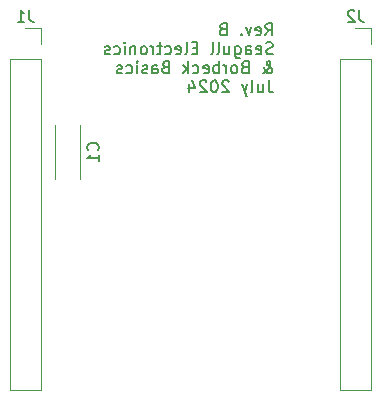
<source format=gbr>
%TF.GenerationSoftware,KiCad,Pcbnew,8.0.3*%
%TF.CreationDate,2024-07-23T20:10:18-07:00*%
%TF.ProjectId,BM-83 Carrier PCB,424d2d38-3320-4436-9172-726965722050,rev?*%
%TF.SameCoordinates,Original*%
%TF.FileFunction,Legend,Bot*%
%TF.FilePolarity,Positive*%
%FSLAX46Y46*%
G04 Gerber Fmt 4.6, Leading zero omitted, Abs format (unit mm)*
G04 Created by KiCad (PCBNEW 8.0.3) date 2024-07-23 20:10:18*
%MOMM*%
%LPD*%
G01*
G04 APERTURE LIST*
%ADD10C,0.150000*%
%ADD11C,0.120000*%
G04 APERTURE END LIST*
D10*
X152391792Y-68589819D02*
X152725125Y-68113628D01*
X152963220Y-68589819D02*
X152963220Y-67589819D01*
X152963220Y-67589819D02*
X152582268Y-67589819D01*
X152582268Y-67589819D02*
X152487030Y-67637438D01*
X152487030Y-67637438D02*
X152439411Y-67685057D01*
X152439411Y-67685057D02*
X152391792Y-67780295D01*
X152391792Y-67780295D02*
X152391792Y-67923152D01*
X152391792Y-67923152D02*
X152439411Y-68018390D01*
X152439411Y-68018390D02*
X152487030Y-68066009D01*
X152487030Y-68066009D02*
X152582268Y-68113628D01*
X152582268Y-68113628D02*
X152963220Y-68113628D01*
X151582268Y-68542200D02*
X151677506Y-68589819D01*
X151677506Y-68589819D02*
X151867982Y-68589819D01*
X151867982Y-68589819D02*
X151963220Y-68542200D01*
X151963220Y-68542200D02*
X152010839Y-68446961D01*
X152010839Y-68446961D02*
X152010839Y-68066009D01*
X152010839Y-68066009D02*
X151963220Y-67970771D01*
X151963220Y-67970771D02*
X151867982Y-67923152D01*
X151867982Y-67923152D02*
X151677506Y-67923152D01*
X151677506Y-67923152D02*
X151582268Y-67970771D01*
X151582268Y-67970771D02*
X151534649Y-68066009D01*
X151534649Y-68066009D02*
X151534649Y-68161247D01*
X151534649Y-68161247D02*
X152010839Y-68256485D01*
X151201315Y-67923152D02*
X150963220Y-68589819D01*
X150963220Y-68589819D02*
X150725125Y-67923152D01*
X150344172Y-68494580D02*
X150296553Y-68542200D01*
X150296553Y-68542200D02*
X150344172Y-68589819D01*
X150344172Y-68589819D02*
X150391791Y-68542200D01*
X150391791Y-68542200D02*
X150344172Y-68494580D01*
X150344172Y-68494580D02*
X150344172Y-68589819D01*
X148772744Y-68066009D02*
X148629887Y-68113628D01*
X148629887Y-68113628D02*
X148582268Y-68161247D01*
X148582268Y-68161247D02*
X148534649Y-68256485D01*
X148534649Y-68256485D02*
X148534649Y-68399342D01*
X148534649Y-68399342D02*
X148582268Y-68494580D01*
X148582268Y-68494580D02*
X148629887Y-68542200D01*
X148629887Y-68542200D02*
X148725125Y-68589819D01*
X148725125Y-68589819D02*
X149106077Y-68589819D01*
X149106077Y-68589819D02*
X149106077Y-67589819D01*
X149106077Y-67589819D02*
X148772744Y-67589819D01*
X148772744Y-67589819D02*
X148677506Y-67637438D01*
X148677506Y-67637438D02*
X148629887Y-67685057D01*
X148629887Y-67685057D02*
X148582268Y-67780295D01*
X148582268Y-67780295D02*
X148582268Y-67875533D01*
X148582268Y-67875533D02*
X148629887Y-67970771D01*
X148629887Y-67970771D02*
X148677506Y-68018390D01*
X148677506Y-68018390D02*
X148772744Y-68066009D01*
X148772744Y-68066009D02*
X149106077Y-68066009D01*
X153010839Y-70152144D02*
X152867982Y-70199763D01*
X152867982Y-70199763D02*
X152629887Y-70199763D01*
X152629887Y-70199763D02*
X152534649Y-70152144D01*
X152534649Y-70152144D02*
X152487030Y-70104524D01*
X152487030Y-70104524D02*
X152439411Y-70009286D01*
X152439411Y-70009286D02*
X152439411Y-69914048D01*
X152439411Y-69914048D02*
X152487030Y-69818810D01*
X152487030Y-69818810D02*
X152534649Y-69771191D01*
X152534649Y-69771191D02*
X152629887Y-69723572D01*
X152629887Y-69723572D02*
X152820363Y-69675953D01*
X152820363Y-69675953D02*
X152915601Y-69628334D01*
X152915601Y-69628334D02*
X152963220Y-69580715D01*
X152963220Y-69580715D02*
X153010839Y-69485477D01*
X153010839Y-69485477D02*
X153010839Y-69390239D01*
X153010839Y-69390239D02*
X152963220Y-69295001D01*
X152963220Y-69295001D02*
X152915601Y-69247382D01*
X152915601Y-69247382D02*
X152820363Y-69199763D01*
X152820363Y-69199763D02*
X152582268Y-69199763D01*
X152582268Y-69199763D02*
X152439411Y-69247382D01*
X151629887Y-70152144D02*
X151725125Y-70199763D01*
X151725125Y-70199763D02*
X151915601Y-70199763D01*
X151915601Y-70199763D02*
X152010839Y-70152144D01*
X152010839Y-70152144D02*
X152058458Y-70056905D01*
X152058458Y-70056905D02*
X152058458Y-69675953D01*
X152058458Y-69675953D02*
X152010839Y-69580715D01*
X152010839Y-69580715D02*
X151915601Y-69533096D01*
X151915601Y-69533096D02*
X151725125Y-69533096D01*
X151725125Y-69533096D02*
X151629887Y-69580715D01*
X151629887Y-69580715D02*
X151582268Y-69675953D01*
X151582268Y-69675953D02*
X151582268Y-69771191D01*
X151582268Y-69771191D02*
X152058458Y-69866429D01*
X150725125Y-70199763D02*
X150725125Y-69675953D01*
X150725125Y-69675953D02*
X150772744Y-69580715D01*
X150772744Y-69580715D02*
X150867982Y-69533096D01*
X150867982Y-69533096D02*
X151058458Y-69533096D01*
X151058458Y-69533096D02*
X151153696Y-69580715D01*
X150725125Y-70152144D02*
X150820363Y-70199763D01*
X150820363Y-70199763D02*
X151058458Y-70199763D01*
X151058458Y-70199763D02*
X151153696Y-70152144D01*
X151153696Y-70152144D02*
X151201315Y-70056905D01*
X151201315Y-70056905D02*
X151201315Y-69961667D01*
X151201315Y-69961667D02*
X151153696Y-69866429D01*
X151153696Y-69866429D02*
X151058458Y-69818810D01*
X151058458Y-69818810D02*
X150820363Y-69818810D01*
X150820363Y-69818810D02*
X150725125Y-69771191D01*
X149820363Y-69533096D02*
X149820363Y-70342620D01*
X149820363Y-70342620D02*
X149867982Y-70437858D01*
X149867982Y-70437858D02*
X149915601Y-70485477D01*
X149915601Y-70485477D02*
X150010839Y-70533096D01*
X150010839Y-70533096D02*
X150153696Y-70533096D01*
X150153696Y-70533096D02*
X150248934Y-70485477D01*
X149820363Y-70152144D02*
X149915601Y-70199763D01*
X149915601Y-70199763D02*
X150106077Y-70199763D01*
X150106077Y-70199763D02*
X150201315Y-70152144D01*
X150201315Y-70152144D02*
X150248934Y-70104524D01*
X150248934Y-70104524D02*
X150296553Y-70009286D01*
X150296553Y-70009286D02*
X150296553Y-69723572D01*
X150296553Y-69723572D02*
X150248934Y-69628334D01*
X150248934Y-69628334D02*
X150201315Y-69580715D01*
X150201315Y-69580715D02*
X150106077Y-69533096D01*
X150106077Y-69533096D02*
X149915601Y-69533096D01*
X149915601Y-69533096D02*
X149820363Y-69580715D01*
X148915601Y-69533096D02*
X148915601Y-70199763D01*
X149344172Y-69533096D02*
X149344172Y-70056905D01*
X149344172Y-70056905D02*
X149296553Y-70152144D01*
X149296553Y-70152144D02*
X149201315Y-70199763D01*
X149201315Y-70199763D02*
X149058458Y-70199763D01*
X149058458Y-70199763D02*
X148963220Y-70152144D01*
X148963220Y-70152144D02*
X148915601Y-70104524D01*
X148296553Y-70199763D02*
X148391791Y-70152144D01*
X148391791Y-70152144D02*
X148439410Y-70056905D01*
X148439410Y-70056905D02*
X148439410Y-69199763D01*
X147772743Y-70199763D02*
X147867981Y-70152144D01*
X147867981Y-70152144D02*
X147915600Y-70056905D01*
X147915600Y-70056905D02*
X147915600Y-69199763D01*
X146629885Y-69675953D02*
X146296552Y-69675953D01*
X146153695Y-70199763D02*
X146629885Y-70199763D01*
X146629885Y-70199763D02*
X146629885Y-69199763D01*
X146629885Y-69199763D02*
X146153695Y-69199763D01*
X145582266Y-70199763D02*
X145677504Y-70152144D01*
X145677504Y-70152144D02*
X145725123Y-70056905D01*
X145725123Y-70056905D02*
X145725123Y-69199763D01*
X144820361Y-70152144D02*
X144915599Y-70199763D01*
X144915599Y-70199763D02*
X145106075Y-70199763D01*
X145106075Y-70199763D02*
X145201313Y-70152144D01*
X145201313Y-70152144D02*
X145248932Y-70056905D01*
X145248932Y-70056905D02*
X145248932Y-69675953D01*
X145248932Y-69675953D02*
X145201313Y-69580715D01*
X145201313Y-69580715D02*
X145106075Y-69533096D01*
X145106075Y-69533096D02*
X144915599Y-69533096D01*
X144915599Y-69533096D02*
X144820361Y-69580715D01*
X144820361Y-69580715D02*
X144772742Y-69675953D01*
X144772742Y-69675953D02*
X144772742Y-69771191D01*
X144772742Y-69771191D02*
X145248932Y-69866429D01*
X143915599Y-70152144D02*
X144010837Y-70199763D01*
X144010837Y-70199763D02*
X144201313Y-70199763D01*
X144201313Y-70199763D02*
X144296551Y-70152144D01*
X144296551Y-70152144D02*
X144344170Y-70104524D01*
X144344170Y-70104524D02*
X144391789Y-70009286D01*
X144391789Y-70009286D02*
X144391789Y-69723572D01*
X144391789Y-69723572D02*
X144344170Y-69628334D01*
X144344170Y-69628334D02*
X144296551Y-69580715D01*
X144296551Y-69580715D02*
X144201313Y-69533096D01*
X144201313Y-69533096D02*
X144010837Y-69533096D01*
X144010837Y-69533096D02*
X143915599Y-69580715D01*
X143629884Y-69533096D02*
X143248932Y-69533096D01*
X143487027Y-69199763D02*
X143487027Y-70056905D01*
X143487027Y-70056905D02*
X143439408Y-70152144D01*
X143439408Y-70152144D02*
X143344170Y-70199763D01*
X143344170Y-70199763D02*
X143248932Y-70199763D01*
X142915598Y-70199763D02*
X142915598Y-69533096D01*
X142915598Y-69723572D02*
X142867979Y-69628334D01*
X142867979Y-69628334D02*
X142820360Y-69580715D01*
X142820360Y-69580715D02*
X142725122Y-69533096D01*
X142725122Y-69533096D02*
X142629884Y-69533096D01*
X142153693Y-70199763D02*
X142248931Y-70152144D01*
X142248931Y-70152144D02*
X142296550Y-70104524D01*
X142296550Y-70104524D02*
X142344169Y-70009286D01*
X142344169Y-70009286D02*
X142344169Y-69723572D01*
X142344169Y-69723572D02*
X142296550Y-69628334D01*
X142296550Y-69628334D02*
X142248931Y-69580715D01*
X142248931Y-69580715D02*
X142153693Y-69533096D01*
X142153693Y-69533096D02*
X142010836Y-69533096D01*
X142010836Y-69533096D02*
X141915598Y-69580715D01*
X141915598Y-69580715D02*
X141867979Y-69628334D01*
X141867979Y-69628334D02*
X141820360Y-69723572D01*
X141820360Y-69723572D02*
X141820360Y-70009286D01*
X141820360Y-70009286D02*
X141867979Y-70104524D01*
X141867979Y-70104524D02*
X141915598Y-70152144D01*
X141915598Y-70152144D02*
X142010836Y-70199763D01*
X142010836Y-70199763D02*
X142153693Y-70199763D01*
X141391788Y-69533096D02*
X141391788Y-70199763D01*
X141391788Y-69628334D02*
X141344169Y-69580715D01*
X141344169Y-69580715D02*
X141248931Y-69533096D01*
X141248931Y-69533096D02*
X141106074Y-69533096D01*
X141106074Y-69533096D02*
X141010836Y-69580715D01*
X141010836Y-69580715D02*
X140963217Y-69675953D01*
X140963217Y-69675953D02*
X140963217Y-70199763D01*
X140487026Y-70199763D02*
X140487026Y-69533096D01*
X140487026Y-69199763D02*
X140534645Y-69247382D01*
X140534645Y-69247382D02*
X140487026Y-69295001D01*
X140487026Y-69295001D02*
X140439407Y-69247382D01*
X140439407Y-69247382D02*
X140487026Y-69199763D01*
X140487026Y-69199763D02*
X140487026Y-69295001D01*
X139582265Y-70152144D02*
X139677503Y-70199763D01*
X139677503Y-70199763D02*
X139867979Y-70199763D01*
X139867979Y-70199763D02*
X139963217Y-70152144D01*
X139963217Y-70152144D02*
X140010836Y-70104524D01*
X140010836Y-70104524D02*
X140058455Y-70009286D01*
X140058455Y-70009286D02*
X140058455Y-69723572D01*
X140058455Y-69723572D02*
X140010836Y-69628334D01*
X140010836Y-69628334D02*
X139963217Y-69580715D01*
X139963217Y-69580715D02*
X139867979Y-69533096D01*
X139867979Y-69533096D02*
X139677503Y-69533096D01*
X139677503Y-69533096D02*
X139582265Y-69580715D01*
X139201312Y-70152144D02*
X139106074Y-70199763D01*
X139106074Y-70199763D02*
X138915598Y-70199763D01*
X138915598Y-70199763D02*
X138820360Y-70152144D01*
X138820360Y-70152144D02*
X138772741Y-70056905D01*
X138772741Y-70056905D02*
X138772741Y-70009286D01*
X138772741Y-70009286D02*
X138820360Y-69914048D01*
X138820360Y-69914048D02*
X138915598Y-69866429D01*
X138915598Y-69866429D02*
X139058455Y-69866429D01*
X139058455Y-69866429D02*
X139153693Y-69818810D01*
X139153693Y-69818810D02*
X139201312Y-69723572D01*
X139201312Y-69723572D02*
X139201312Y-69675953D01*
X139201312Y-69675953D02*
X139153693Y-69580715D01*
X139153693Y-69580715D02*
X139058455Y-69533096D01*
X139058455Y-69533096D02*
X138915598Y-69533096D01*
X138915598Y-69533096D02*
X138820360Y-69580715D01*
X152153696Y-71809707D02*
X152201316Y-71809707D01*
X152201316Y-71809707D02*
X152296554Y-71762088D01*
X152296554Y-71762088D02*
X152439411Y-71619230D01*
X152439411Y-71619230D02*
X152677506Y-71333516D01*
X152677506Y-71333516D02*
X152772744Y-71190659D01*
X152772744Y-71190659D02*
X152820363Y-71047802D01*
X152820363Y-71047802D02*
X152820363Y-70952564D01*
X152820363Y-70952564D02*
X152772744Y-70857326D01*
X152772744Y-70857326D02*
X152677506Y-70809707D01*
X152677506Y-70809707D02*
X152629887Y-70809707D01*
X152629887Y-70809707D02*
X152534649Y-70857326D01*
X152534649Y-70857326D02*
X152487030Y-70952564D01*
X152487030Y-70952564D02*
X152487030Y-71000183D01*
X152487030Y-71000183D02*
X152534649Y-71095421D01*
X152534649Y-71095421D02*
X152582268Y-71143040D01*
X152582268Y-71143040D02*
X152867982Y-71333516D01*
X152867982Y-71333516D02*
X152915601Y-71381135D01*
X152915601Y-71381135D02*
X152963220Y-71476373D01*
X152963220Y-71476373D02*
X152963220Y-71619230D01*
X152963220Y-71619230D02*
X152915601Y-71714468D01*
X152915601Y-71714468D02*
X152867982Y-71762088D01*
X152867982Y-71762088D02*
X152772744Y-71809707D01*
X152772744Y-71809707D02*
X152629887Y-71809707D01*
X152629887Y-71809707D02*
X152534649Y-71762088D01*
X152534649Y-71762088D02*
X152487030Y-71714468D01*
X152487030Y-71714468D02*
X152344173Y-71523992D01*
X152344173Y-71523992D02*
X152296554Y-71381135D01*
X152296554Y-71381135D02*
X152296554Y-71285897D01*
X150629887Y-71285897D02*
X150487030Y-71333516D01*
X150487030Y-71333516D02*
X150439411Y-71381135D01*
X150439411Y-71381135D02*
X150391792Y-71476373D01*
X150391792Y-71476373D02*
X150391792Y-71619230D01*
X150391792Y-71619230D02*
X150439411Y-71714468D01*
X150439411Y-71714468D02*
X150487030Y-71762088D01*
X150487030Y-71762088D02*
X150582268Y-71809707D01*
X150582268Y-71809707D02*
X150963220Y-71809707D01*
X150963220Y-71809707D02*
X150963220Y-70809707D01*
X150963220Y-70809707D02*
X150629887Y-70809707D01*
X150629887Y-70809707D02*
X150534649Y-70857326D01*
X150534649Y-70857326D02*
X150487030Y-70904945D01*
X150487030Y-70904945D02*
X150439411Y-71000183D01*
X150439411Y-71000183D02*
X150439411Y-71095421D01*
X150439411Y-71095421D02*
X150487030Y-71190659D01*
X150487030Y-71190659D02*
X150534649Y-71238278D01*
X150534649Y-71238278D02*
X150629887Y-71285897D01*
X150629887Y-71285897D02*
X150963220Y-71285897D01*
X149820363Y-71809707D02*
X149915601Y-71762088D01*
X149915601Y-71762088D02*
X149963220Y-71714468D01*
X149963220Y-71714468D02*
X150010839Y-71619230D01*
X150010839Y-71619230D02*
X150010839Y-71333516D01*
X150010839Y-71333516D02*
X149963220Y-71238278D01*
X149963220Y-71238278D02*
X149915601Y-71190659D01*
X149915601Y-71190659D02*
X149820363Y-71143040D01*
X149820363Y-71143040D02*
X149677506Y-71143040D01*
X149677506Y-71143040D02*
X149582268Y-71190659D01*
X149582268Y-71190659D02*
X149534649Y-71238278D01*
X149534649Y-71238278D02*
X149487030Y-71333516D01*
X149487030Y-71333516D02*
X149487030Y-71619230D01*
X149487030Y-71619230D02*
X149534649Y-71714468D01*
X149534649Y-71714468D02*
X149582268Y-71762088D01*
X149582268Y-71762088D02*
X149677506Y-71809707D01*
X149677506Y-71809707D02*
X149820363Y-71809707D01*
X149058458Y-71809707D02*
X149058458Y-71143040D01*
X149058458Y-71333516D02*
X149010839Y-71238278D01*
X149010839Y-71238278D02*
X148963220Y-71190659D01*
X148963220Y-71190659D02*
X148867982Y-71143040D01*
X148867982Y-71143040D02*
X148772744Y-71143040D01*
X148439410Y-71809707D02*
X148439410Y-70809707D01*
X148439410Y-71190659D02*
X148344172Y-71143040D01*
X148344172Y-71143040D02*
X148153696Y-71143040D01*
X148153696Y-71143040D02*
X148058458Y-71190659D01*
X148058458Y-71190659D02*
X148010839Y-71238278D01*
X148010839Y-71238278D02*
X147963220Y-71333516D01*
X147963220Y-71333516D02*
X147963220Y-71619230D01*
X147963220Y-71619230D02*
X148010839Y-71714468D01*
X148010839Y-71714468D02*
X148058458Y-71762088D01*
X148058458Y-71762088D02*
X148153696Y-71809707D01*
X148153696Y-71809707D02*
X148344172Y-71809707D01*
X148344172Y-71809707D02*
X148439410Y-71762088D01*
X147153696Y-71762088D02*
X147248934Y-71809707D01*
X147248934Y-71809707D02*
X147439410Y-71809707D01*
X147439410Y-71809707D02*
X147534648Y-71762088D01*
X147534648Y-71762088D02*
X147582267Y-71666849D01*
X147582267Y-71666849D02*
X147582267Y-71285897D01*
X147582267Y-71285897D02*
X147534648Y-71190659D01*
X147534648Y-71190659D02*
X147439410Y-71143040D01*
X147439410Y-71143040D02*
X147248934Y-71143040D01*
X147248934Y-71143040D02*
X147153696Y-71190659D01*
X147153696Y-71190659D02*
X147106077Y-71285897D01*
X147106077Y-71285897D02*
X147106077Y-71381135D01*
X147106077Y-71381135D02*
X147582267Y-71476373D01*
X146248934Y-71762088D02*
X146344172Y-71809707D01*
X146344172Y-71809707D02*
X146534648Y-71809707D01*
X146534648Y-71809707D02*
X146629886Y-71762088D01*
X146629886Y-71762088D02*
X146677505Y-71714468D01*
X146677505Y-71714468D02*
X146725124Y-71619230D01*
X146725124Y-71619230D02*
X146725124Y-71333516D01*
X146725124Y-71333516D02*
X146677505Y-71238278D01*
X146677505Y-71238278D02*
X146629886Y-71190659D01*
X146629886Y-71190659D02*
X146534648Y-71143040D01*
X146534648Y-71143040D02*
X146344172Y-71143040D01*
X146344172Y-71143040D02*
X146248934Y-71190659D01*
X145820362Y-71809707D02*
X145820362Y-70809707D01*
X145725124Y-71428754D02*
X145439410Y-71809707D01*
X145439410Y-71143040D02*
X145820362Y-71523992D01*
X143915600Y-71285897D02*
X143772743Y-71333516D01*
X143772743Y-71333516D02*
X143725124Y-71381135D01*
X143725124Y-71381135D02*
X143677505Y-71476373D01*
X143677505Y-71476373D02*
X143677505Y-71619230D01*
X143677505Y-71619230D02*
X143725124Y-71714468D01*
X143725124Y-71714468D02*
X143772743Y-71762088D01*
X143772743Y-71762088D02*
X143867981Y-71809707D01*
X143867981Y-71809707D02*
X144248933Y-71809707D01*
X144248933Y-71809707D02*
X144248933Y-70809707D01*
X144248933Y-70809707D02*
X143915600Y-70809707D01*
X143915600Y-70809707D02*
X143820362Y-70857326D01*
X143820362Y-70857326D02*
X143772743Y-70904945D01*
X143772743Y-70904945D02*
X143725124Y-71000183D01*
X143725124Y-71000183D02*
X143725124Y-71095421D01*
X143725124Y-71095421D02*
X143772743Y-71190659D01*
X143772743Y-71190659D02*
X143820362Y-71238278D01*
X143820362Y-71238278D02*
X143915600Y-71285897D01*
X143915600Y-71285897D02*
X144248933Y-71285897D01*
X142820362Y-71809707D02*
X142820362Y-71285897D01*
X142820362Y-71285897D02*
X142867981Y-71190659D01*
X142867981Y-71190659D02*
X142963219Y-71143040D01*
X142963219Y-71143040D02*
X143153695Y-71143040D01*
X143153695Y-71143040D02*
X143248933Y-71190659D01*
X142820362Y-71762088D02*
X142915600Y-71809707D01*
X142915600Y-71809707D02*
X143153695Y-71809707D01*
X143153695Y-71809707D02*
X143248933Y-71762088D01*
X143248933Y-71762088D02*
X143296552Y-71666849D01*
X143296552Y-71666849D02*
X143296552Y-71571611D01*
X143296552Y-71571611D02*
X143248933Y-71476373D01*
X143248933Y-71476373D02*
X143153695Y-71428754D01*
X143153695Y-71428754D02*
X142915600Y-71428754D01*
X142915600Y-71428754D02*
X142820362Y-71381135D01*
X142391790Y-71762088D02*
X142296552Y-71809707D01*
X142296552Y-71809707D02*
X142106076Y-71809707D01*
X142106076Y-71809707D02*
X142010838Y-71762088D01*
X142010838Y-71762088D02*
X141963219Y-71666849D01*
X141963219Y-71666849D02*
X141963219Y-71619230D01*
X141963219Y-71619230D02*
X142010838Y-71523992D01*
X142010838Y-71523992D02*
X142106076Y-71476373D01*
X142106076Y-71476373D02*
X142248933Y-71476373D01*
X142248933Y-71476373D02*
X142344171Y-71428754D01*
X142344171Y-71428754D02*
X142391790Y-71333516D01*
X142391790Y-71333516D02*
X142391790Y-71285897D01*
X142391790Y-71285897D02*
X142344171Y-71190659D01*
X142344171Y-71190659D02*
X142248933Y-71143040D01*
X142248933Y-71143040D02*
X142106076Y-71143040D01*
X142106076Y-71143040D02*
X142010838Y-71190659D01*
X141534647Y-71809707D02*
X141534647Y-71143040D01*
X141534647Y-70809707D02*
X141582266Y-70857326D01*
X141582266Y-70857326D02*
X141534647Y-70904945D01*
X141534647Y-70904945D02*
X141487028Y-70857326D01*
X141487028Y-70857326D02*
X141534647Y-70809707D01*
X141534647Y-70809707D02*
X141534647Y-70904945D01*
X140629886Y-71762088D02*
X140725124Y-71809707D01*
X140725124Y-71809707D02*
X140915600Y-71809707D01*
X140915600Y-71809707D02*
X141010838Y-71762088D01*
X141010838Y-71762088D02*
X141058457Y-71714468D01*
X141058457Y-71714468D02*
X141106076Y-71619230D01*
X141106076Y-71619230D02*
X141106076Y-71333516D01*
X141106076Y-71333516D02*
X141058457Y-71238278D01*
X141058457Y-71238278D02*
X141010838Y-71190659D01*
X141010838Y-71190659D02*
X140915600Y-71143040D01*
X140915600Y-71143040D02*
X140725124Y-71143040D01*
X140725124Y-71143040D02*
X140629886Y-71190659D01*
X140248933Y-71762088D02*
X140153695Y-71809707D01*
X140153695Y-71809707D02*
X139963219Y-71809707D01*
X139963219Y-71809707D02*
X139867981Y-71762088D01*
X139867981Y-71762088D02*
X139820362Y-71666849D01*
X139820362Y-71666849D02*
X139820362Y-71619230D01*
X139820362Y-71619230D02*
X139867981Y-71523992D01*
X139867981Y-71523992D02*
X139963219Y-71476373D01*
X139963219Y-71476373D02*
X140106076Y-71476373D01*
X140106076Y-71476373D02*
X140201314Y-71428754D01*
X140201314Y-71428754D02*
X140248933Y-71333516D01*
X140248933Y-71333516D02*
X140248933Y-71285897D01*
X140248933Y-71285897D02*
X140201314Y-71190659D01*
X140201314Y-71190659D02*
X140106076Y-71143040D01*
X140106076Y-71143040D02*
X139963219Y-71143040D01*
X139963219Y-71143040D02*
X139867981Y-71190659D01*
X152677506Y-72419651D02*
X152677506Y-73133936D01*
X152677506Y-73133936D02*
X152725125Y-73276793D01*
X152725125Y-73276793D02*
X152820363Y-73372032D01*
X152820363Y-73372032D02*
X152963220Y-73419651D01*
X152963220Y-73419651D02*
X153058458Y-73419651D01*
X151772744Y-72752984D02*
X151772744Y-73419651D01*
X152201315Y-72752984D02*
X152201315Y-73276793D01*
X152201315Y-73276793D02*
X152153696Y-73372032D01*
X152153696Y-73372032D02*
X152058458Y-73419651D01*
X152058458Y-73419651D02*
X151915601Y-73419651D01*
X151915601Y-73419651D02*
X151820363Y-73372032D01*
X151820363Y-73372032D02*
X151772744Y-73324412D01*
X151153696Y-73419651D02*
X151248934Y-73372032D01*
X151248934Y-73372032D02*
X151296553Y-73276793D01*
X151296553Y-73276793D02*
X151296553Y-72419651D01*
X150867981Y-72752984D02*
X150629886Y-73419651D01*
X150391791Y-72752984D02*
X150629886Y-73419651D01*
X150629886Y-73419651D02*
X150725124Y-73657746D01*
X150725124Y-73657746D02*
X150772743Y-73705365D01*
X150772743Y-73705365D02*
X150867981Y-73752984D01*
X149296552Y-72514889D02*
X149248933Y-72467270D01*
X149248933Y-72467270D02*
X149153695Y-72419651D01*
X149153695Y-72419651D02*
X148915600Y-72419651D01*
X148915600Y-72419651D02*
X148820362Y-72467270D01*
X148820362Y-72467270D02*
X148772743Y-72514889D01*
X148772743Y-72514889D02*
X148725124Y-72610127D01*
X148725124Y-72610127D02*
X148725124Y-72705365D01*
X148725124Y-72705365D02*
X148772743Y-72848222D01*
X148772743Y-72848222D02*
X149344171Y-73419651D01*
X149344171Y-73419651D02*
X148725124Y-73419651D01*
X148106076Y-72419651D02*
X148010838Y-72419651D01*
X148010838Y-72419651D02*
X147915600Y-72467270D01*
X147915600Y-72467270D02*
X147867981Y-72514889D01*
X147867981Y-72514889D02*
X147820362Y-72610127D01*
X147820362Y-72610127D02*
X147772743Y-72800603D01*
X147772743Y-72800603D02*
X147772743Y-73038698D01*
X147772743Y-73038698D02*
X147820362Y-73229174D01*
X147820362Y-73229174D02*
X147867981Y-73324412D01*
X147867981Y-73324412D02*
X147915600Y-73372032D01*
X147915600Y-73372032D02*
X148010838Y-73419651D01*
X148010838Y-73419651D02*
X148106076Y-73419651D01*
X148106076Y-73419651D02*
X148201314Y-73372032D01*
X148201314Y-73372032D02*
X148248933Y-73324412D01*
X148248933Y-73324412D02*
X148296552Y-73229174D01*
X148296552Y-73229174D02*
X148344171Y-73038698D01*
X148344171Y-73038698D02*
X148344171Y-72800603D01*
X148344171Y-72800603D02*
X148296552Y-72610127D01*
X148296552Y-72610127D02*
X148248933Y-72514889D01*
X148248933Y-72514889D02*
X148201314Y-72467270D01*
X148201314Y-72467270D02*
X148106076Y-72419651D01*
X147391790Y-72514889D02*
X147344171Y-72467270D01*
X147344171Y-72467270D02*
X147248933Y-72419651D01*
X147248933Y-72419651D02*
X147010838Y-72419651D01*
X147010838Y-72419651D02*
X146915600Y-72467270D01*
X146915600Y-72467270D02*
X146867981Y-72514889D01*
X146867981Y-72514889D02*
X146820362Y-72610127D01*
X146820362Y-72610127D02*
X146820362Y-72705365D01*
X146820362Y-72705365D02*
X146867981Y-72848222D01*
X146867981Y-72848222D02*
X147439409Y-73419651D01*
X147439409Y-73419651D02*
X146820362Y-73419651D01*
X145963219Y-72752984D02*
X145963219Y-73419651D01*
X146201314Y-72372032D02*
X146439409Y-73086317D01*
X146439409Y-73086317D02*
X145820362Y-73086317D01*
X160353333Y-66466819D02*
X160353333Y-67181104D01*
X160353333Y-67181104D02*
X160400952Y-67323961D01*
X160400952Y-67323961D02*
X160496190Y-67419200D01*
X160496190Y-67419200D02*
X160639047Y-67466819D01*
X160639047Y-67466819D02*
X160734285Y-67466819D01*
X159924761Y-66562057D02*
X159877142Y-66514438D01*
X159877142Y-66514438D02*
X159781904Y-66466819D01*
X159781904Y-66466819D02*
X159543809Y-66466819D01*
X159543809Y-66466819D02*
X159448571Y-66514438D01*
X159448571Y-66514438D02*
X159400952Y-66562057D01*
X159400952Y-66562057D02*
X159353333Y-66657295D01*
X159353333Y-66657295D02*
X159353333Y-66752533D01*
X159353333Y-66752533D02*
X159400952Y-66895390D01*
X159400952Y-66895390D02*
X159972380Y-67466819D01*
X159972380Y-67466819D02*
X159353333Y-67466819D01*
X132413333Y-66466819D02*
X132413333Y-67181104D01*
X132413333Y-67181104D02*
X132460952Y-67323961D01*
X132460952Y-67323961D02*
X132556190Y-67419200D01*
X132556190Y-67419200D02*
X132699047Y-67466819D01*
X132699047Y-67466819D02*
X132794285Y-67466819D01*
X131413333Y-67466819D02*
X131984761Y-67466819D01*
X131699047Y-67466819D02*
X131699047Y-66466819D01*
X131699047Y-66466819D02*
X131794285Y-66609676D01*
X131794285Y-66609676D02*
X131889523Y-66704914D01*
X131889523Y-66704914D02*
X131984761Y-66752533D01*
X138195580Y-78319333D02*
X138243200Y-78271714D01*
X138243200Y-78271714D02*
X138290819Y-78128857D01*
X138290819Y-78128857D02*
X138290819Y-78033619D01*
X138290819Y-78033619D02*
X138243200Y-77890762D01*
X138243200Y-77890762D02*
X138147961Y-77795524D01*
X138147961Y-77795524D02*
X138052723Y-77747905D01*
X138052723Y-77747905D02*
X137862247Y-77700286D01*
X137862247Y-77700286D02*
X137719390Y-77700286D01*
X137719390Y-77700286D02*
X137528914Y-77747905D01*
X137528914Y-77747905D02*
X137433676Y-77795524D01*
X137433676Y-77795524D02*
X137338438Y-77890762D01*
X137338438Y-77890762D02*
X137290819Y-78033619D01*
X137290819Y-78033619D02*
X137290819Y-78128857D01*
X137290819Y-78128857D02*
X137338438Y-78271714D01*
X137338438Y-78271714D02*
X137386057Y-78319333D01*
X138290819Y-79271714D02*
X138290819Y-78700286D01*
X138290819Y-78986000D02*
X137290819Y-78986000D01*
X137290819Y-78986000D02*
X137433676Y-78890762D01*
X137433676Y-78890762D02*
X137528914Y-78795524D01*
X137528914Y-78795524D02*
X137576533Y-78700286D01*
D11*
%TO.C,J2*%
X158690000Y-70612000D02*
X161350000Y-70612000D01*
X158690000Y-98612000D02*
X158690000Y-70612000D01*
X158690000Y-98612000D02*
X161350000Y-98612000D01*
X160020000Y-68012000D02*
X161350000Y-68012000D01*
X161350000Y-68012000D02*
X161350000Y-69342000D01*
X161350000Y-98612000D02*
X161350000Y-70612000D01*
%TO.C,J1*%
X130750000Y-70612000D02*
X133410000Y-70612000D01*
X130750000Y-98612000D02*
X130750000Y-70612000D01*
X130750000Y-98612000D02*
X133410000Y-98612000D01*
X132080000Y-68012000D02*
X133410000Y-68012000D01*
X133410000Y-68012000D02*
X133410000Y-69342000D01*
X133410000Y-98612000D02*
X133410000Y-70612000D01*
%TO.C,C1*%
X134566000Y-76216000D02*
X134566000Y-80756000D01*
X134566000Y-76216000D02*
X134581000Y-76216000D01*
X134566000Y-80756000D02*
X134581000Y-80756000D01*
X136691000Y-76216000D02*
X136706000Y-76216000D01*
X136691000Y-80756000D02*
X136706000Y-80756000D01*
X136706000Y-76216000D02*
X136706000Y-80756000D01*
%TD*%
M02*

</source>
